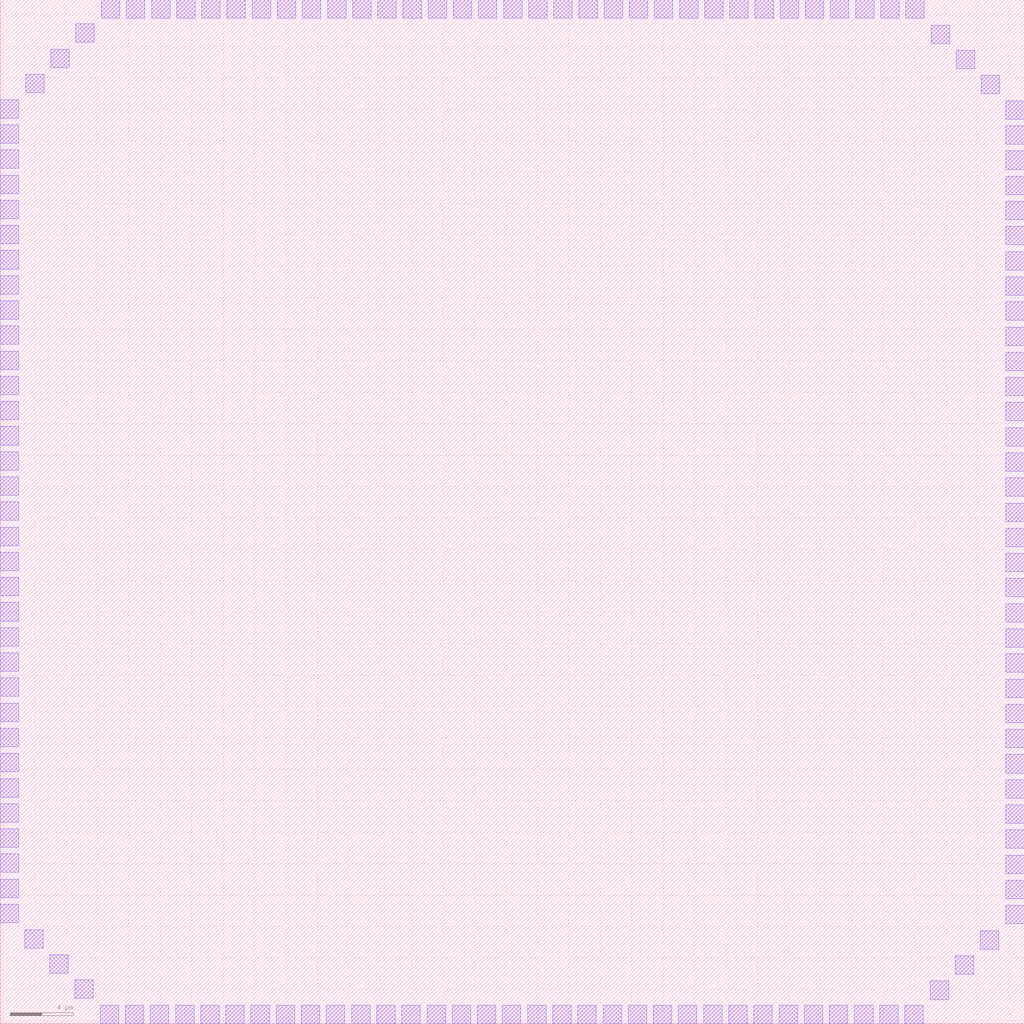
<source format=lef>
# Copyright 2020 The SkyWater PDK Authors
#
# Licensed under the Apache License, Version 2.0 (the "License");
# you may not use this file except in compliance with the License.
# You may obtain a copy of the License at
#
#     https://www.apache.org/licenses/LICENSE-2.0
#
# Unless required by applicable law or agreed to in writing, software
# distributed under the License is distributed on an "AS IS" BASIS,
# WITHOUT WARRANTIES OR CONDITIONS OF ANY KIND, either express or implied.
# See the License for the specific language governing permissions and
# limitations under the License.
#
# SPDX-License-Identifier: Apache-2.0

VERSION 5.7 ;
  NOWIREEXTENSIONATPIN ON ;
  DIVIDERCHAR "/" ;
  BUSBITCHARS "[]" ;
MACRO sky130_fd_pr__genrivetdlring__example_179576876
  CLASS BLOCK ;
  FOREIGN sky130_fd_pr__genrivetdlring__example_179576876 ;
  ORIGIN  0.190000  0.190000 ;
  SIZE  65.16000 BY  65.16000 ;
  OBS
    LAYER met4 ;
      RECT -0.190000  6.235000  0.990000  7.415000 ;
      RECT -0.190000  7.835000  0.990000  9.015000 ;
      RECT -0.190000  9.435000  0.990000 10.615000 ;
      RECT -0.190000 11.035000  0.990000 12.215000 ;
      RECT -0.190000 12.635000  0.990000 13.815000 ;
      RECT -0.190000 14.235000  0.990000 15.415000 ;
      RECT -0.190000 15.835000  0.990000 17.015000 ;
      RECT -0.190000 17.435000  0.990000 18.615000 ;
      RECT -0.190000 19.035000  0.990000 20.215000 ;
      RECT -0.190000 20.635000  0.990000 21.815000 ;
      RECT -0.190000 22.235000  0.990000 23.415000 ;
      RECT -0.190000 23.835000  0.990000 25.015000 ;
      RECT -0.190000 25.435000  0.990000 26.615000 ;
      RECT -0.190000 27.035000  0.990000 28.215000 ;
      RECT -0.190000 28.635000  0.990000 29.815000 ;
      RECT -0.190000 30.235000  0.990000 31.415000 ;
      RECT -0.190000 31.835000  0.990000 33.015000 ;
      RECT -0.190000 33.435000  0.990000 34.615000 ;
      RECT -0.190000 35.035000  0.990000 36.215000 ;
      RECT -0.190000 36.635000  0.990000 37.815000 ;
      RECT -0.190000 38.235000  0.990000 39.415000 ;
      RECT -0.190000 39.835000  0.990000 41.015000 ;
      RECT -0.190000 41.435000  0.990000 42.615000 ;
      RECT -0.190000 43.035000  0.990000 44.215000 ;
      RECT -0.190000 44.635000  0.990000 45.815000 ;
      RECT -0.190000 46.235000  0.990000 47.415000 ;
      RECT -0.190000 47.835000  0.990000 49.015000 ;
      RECT -0.190000 49.435000  0.990000 50.615000 ;
      RECT -0.190000 51.035000  0.990000 52.215000 ;
      RECT -0.190000 52.635000  0.990000 53.815000 ;
      RECT -0.190000 54.235000  0.990000 55.415000 ;
      RECT -0.190000 55.835000  0.990000 57.015000 ;
      RECT -0.190000 57.435000  0.990000 58.615000 ;
      RECT  1.355000  4.620000  2.535000  5.800000 ;
      RECT  1.425000 59.050000  2.605000 60.230000 ;
      RECT  2.955000  3.020000  4.135000  4.200000 ;
      RECT  3.025000 60.650000  4.205000 61.830000 ;
      RECT  4.555000  1.420000  5.735000  2.600000 ;
      RECT  4.625000 62.250000  5.805000 63.430000 ;
      RECT  6.165000 -0.190000  7.345000  0.990000 ;
      RECT  6.235000 63.790000  7.415000 64.970000 ;
      RECT  7.765000 -0.190000  8.945000  0.990000 ;
      RECT  7.835000 63.790000  9.015000 64.970000 ;
      RECT  9.365000 -0.190000 10.545000  0.990000 ;
      RECT  9.435000 63.790000 10.615000 64.970000 ;
      RECT 10.965000 -0.190000 12.145000  0.990000 ;
      RECT 11.035000 63.790000 12.215000 64.970000 ;
      RECT 12.565000 -0.190000 13.745000  0.990000 ;
      RECT 12.635000 63.790000 13.815000 64.970000 ;
      RECT 14.165000 -0.190000 15.345000  0.990000 ;
      RECT 14.235000 63.790000 15.415000 64.970000 ;
      RECT 15.765000 -0.190000 16.945000  0.990000 ;
      RECT 15.835000 63.790000 17.015000 64.970000 ;
      RECT 17.365000 -0.190000 18.545000  0.990000 ;
      RECT 17.435000 63.790000 18.615000 64.970000 ;
      RECT 18.965000 -0.190000 20.145000  0.990000 ;
      RECT 19.035000 63.790000 20.215000 64.970000 ;
      RECT 20.565000 -0.190000 21.745000  0.990000 ;
      RECT 20.635000 63.790000 21.815000 64.970000 ;
      RECT 22.165000 -0.190000 23.345000  0.990000 ;
      RECT 22.235000 63.790000 23.415000 64.970000 ;
      RECT 23.765000 -0.190000 24.945000  0.990000 ;
      RECT 23.835000 63.790000 25.015000 64.970000 ;
      RECT 25.365000 -0.190000 26.545000  0.990000 ;
      RECT 25.435000 63.790000 26.615000 64.970000 ;
      RECT 26.965000 -0.190000 28.145000  0.990000 ;
      RECT 27.035000 63.790000 28.215000 64.970000 ;
      RECT 28.565000 -0.190000 29.745000  0.990000 ;
      RECT 28.635000 63.790000 29.815000 64.970000 ;
      RECT 30.165000 -0.190000 31.345000  0.990000 ;
      RECT 30.235000 63.790000 31.415000 64.970000 ;
      RECT 31.765000 -0.190000 32.945000  0.990000 ;
      RECT 31.835000 63.790000 33.015000 64.970000 ;
      RECT 33.365000 -0.190000 34.545000  0.990000 ;
      RECT 33.435000 63.790000 34.615000 64.970000 ;
      RECT 34.965000 -0.190000 36.145000  0.990000 ;
      RECT 35.035000 63.790000 36.215000 64.970000 ;
      RECT 36.565000 -0.190000 37.745000  0.990000 ;
      RECT 36.635000 63.790000 37.815000 64.970000 ;
      RECT 38.165000 -0.190000 39.345000  0.990000 ;
      RECT 38.235000 63.790000 39.415000 64.970000 ;
      RECT 39.765000 -0.190000 40.945000  0.990000 ;
      RECT 39.835000 63.790000 41.015000 64.970000 ;
      RECT 41.365000 -0.190000 42.545000  0.990000 ;
      RECT 41.435000 63.790000 42.615000 64.970000 ;
      RECT 42.965000 -0.190000 44.145000  0.990000 ;
      RECT 43.035000 63.790000 44.215000 64.970000 ;
      RECT 44.565000 -0.190000 45.745000  0.990000 ;
      RECT 44.635000 63.790000 45.815000 64.970000 ;
      RECT 46.165000 -0.190000 47.345000  0.990000 ;
      RECT 46.235000 63.790000 47.415000 64.970000 ;
      RECT 47.765000 -0.190000 48.945000  0.990000 ;
      RECT 47.835000 63.790000 49.015000 64.970000 ;
      RECT 49.365000 -0.190000 50.545000  0.990000 ;
      RECT 49.435000 63.790000 50.615000 64.970000 ;
      RECT 50.965000 -0.190000 52.145000  0.990000 ;
      RECT 51.035000 63.790000 52.215000 64.970000 ;
      RECT 52.565000 -0.190000 53.745000  0.990000 ;
      RECT 52.635000 63.790000 53.815000 64.970000 ;
      RECT 54.165000 -0.190000 55.345000  0.990000 ;
      RECT 54.235000 63.790000 55.415000 64.970000 ;
      RECT 55.765000 -0.190000 56.945000  0.990000 ;
      RECT 55.835000 63.790000 57.015000 64.970000 ;
      RECT 57.365000 -0.190000 58.545000  0.990000 ;
      RECT 57.435000 63.790000 58.615000 64.970000 ;
      RECT 58.975000  1.350000 60.155000  2.530000 ;
      RECT 59.045000 62.180000 60.225000 63.360000 ;
      RECT 60.575000  2.950000 61.755000  4.130000 ;
      RECT 60.645000 60.580000 61.825000 61.760000 ;
      RECT 62.175000  4.550000 63.355000  5.730000 ;
      RECT 62.245000 58.980000 63.425000 60.160000 ;
      RECT 63.790000  6.165000 64.970000  7.345000 ;
      RECT 63.790000  7.765000 64.970000  8.945000 ;
      RECT 63.790000  9.365000 64.970000 10.545000 ;
      RECT 63.790000 10.965000 64.970000 12.145000 ;
      RECT 63.790000 12.565000 64.970000 13.745000 ;
      RECT 63.790000 14.165000 64.970000 15.345000 ;
      RECT 63.790000 15.765000 64.970000 16.945000 ;
      RECT 63.790000 17.365000 64.970000 18.545000 ;
      RECT 63.790000 18.965000 64.970000 20.145000 ;
      RECT 63.790000 20.565000 64.970000 21.745000 ;
      RECT 63.790000 22.165000 64.970000 23.345000 ;
      RECT 63.790000 23.765000 64.970000 24.945000 ;
      RECT 63.790000 25.365000 64.970000 26.545000 ;
      RECT 63.790000 26.965000 64.970000 28.145000 ;
      RECT 63.790000 28.565000 64.970000 29.745000 ;
      RECT 63.790000 30.165000 64.970000 31.345000 ;
      RECT 63.790000 31.765000 64.970000 32.945000 ;
      RECT 63.790000 33.365000 64.970000 34.545000 ;
      RECT 63.790000 34.965000 64.970000 36.145000 ;
      RECT 63.790000 36.565000 64.970000 37.745000 ;
      RECT 63.790000 38.165000 64.970000 39.345000 ;
      RECT 63.790000 39.765000 64.970000 40.945000 ;
      RECT 63.790000 41.365000 64.970000 42.545000 ;
      RECT 63.790000 42.965000 64.970000 44.145000 ;
      RECT 63.790000 44.565000 64.970000 45.745000 ;
      RECT 63.790000 46.165000 64.970000 47.345000 ;
      RECT 63.790000 47.765000 64.970000 48.945000 ;
      RECT 63.790000 49.365000 64.970000 50.545000 ;
      RECT 63.790000 50.965000 64.970000 52.145000 ;
      RECT 63.790000 52.565000 64.970000 53.745000 ;
      RECT 63.790000 54.165000 64.970000 55.345000 ;
      RECT 63.790000 55.765000 64.970000 56.945000 ;
      RECT 63.790000 57.365000 64.970000 58.545000 ;
    LAYER met5 ;
      RECT -0.190000  6.235000  0.990000  7.415000 ;
      RECT -0.190000  7.835000  0.990000  9.015000 ;
      RECT -0.190000  9.435000  0.990000 10.615000 ;
      RECT -0.190000 11.035000  0.990000 12.215000 ;
      RECT -0.190000 12.635000  0.990000 13.815000 ;
      RECT -0.190000 14.235000  0.990000 15.415000 ;
      RECT -0.190000 15.835000  0.990000 17.015000 ;
      RECT -0.190000 17.435000  0.990000 18.615000 ;
      RECT -0.190000 19.035000  0.990000 20.215000 ;
      RECT -0.190000 20.635000  0.990000 21.815000 ;
      RECT -0.190000 22.235000  0.990000 23.415000 ;
      RECT -0.190000 23.835000  0.990000 25.015000 ;
      RECT -0.190000 25.435000  0.990000 26.615000 ;
      RECT -0.190000 27.035000  0.990000 28.215000 ;
      RECT -0.190000 28.635000  0.990000 29.815000 ;
      RECT -0.190000 30.235000  0.990000 31.415000 ;
      RECT -0.190000 31.835000  0.990000 33.015000 ;
      RECT -0.190000 33.435000  0.990000 34.615000 ;
      RECT -0.190000 35.035000  0.990000 36.215000 ;
      RECT -0.190000 36.635000  0.990000 37.815000 ;
      RECT -0.190000 38.235000  0.990000 39.415000 ;
      RECT -0.190000 39.835000  0.990000 41.015000 ;
      RECT -0.190000 41.435000  0.990000 42.615000 ;
      RECT -0.190000 43.035000  0.990000 44.215000 ;
      RECT -0.190000 44.635000  0.990000 45.815000 ;
      RECT -0.190000 46.235000  0.990000 47.415000 ;
      RECT -0.190000 47.835000  0.990000 49.015000 ;
      RECT -0.190000 49.435000  0.990000 50.615000 ;
      RECT -0.190000 51.035000  0.990000 52.215000 ;
      RECT -0.190000 52.635000  0.990000 53.815000 ;
      RECT -0.190000 54.235000  0.990000 55.415000 ;
      RECT -0.190000 55.835000  0.990000 57.015000 ;
      RECT -0.190000 57.435000  0.990000 58.615000 ;
      RECT  1.355000  4.620000  2.535000  5.800000 ;
      RECT  1.425000 59.050000  2.605000 60.230000 ;
      RECT  2.955000  3.020000  4.135000  4.200000 ;
      RECT  3.025000 60.650000  4.205000 61.830000 ;
      RECT  4.555000  1.420000  5.735000  2.600000 ;
      RECT  4.625000 62.250000  5.805000 63.430000 ;
      RECT  6.165000 -0.190000  7.345000  0.990000 ;
      RECT  6.235000 63.790000  7.415000 64.970000 ;
      RECT  7.765000 -0.190000  8.945000  0.990000 ;
      RECT  7.835000 63.790000  9.015000 64.970000 ;
      RECT  9.365000 -0.190000 10.545000  0.990000 ;
      RECT  9.435000 63.790000 10.615000 64.970000 ;
      RECT 10.965000 -0.190000 12.145000  0.990000 ;
      RECT 11.035000 63.790000 12.215000 64.970000 ;
      RECT 12.565000 -0.190000 13.745000  0.990000 ;
      RECT 12.635000 63.790000 13.815000 64.970000 ;
      RECT 14.165000 -0.190000 15.345000  0.990000 ;
      RECT 14.235000 63.790000 15.415000 64.970000 ;
      RECT 15.765000 -0.190000 16.945000  0.990000 ;
      RECT 15.835000 63.790000 17.015000 64.970000 ;
      RECT 17.365000 -0.190000 18.545000  0.990000 ;
      RECT 17.435000 63.790000 18.615000 64.970000 ;
      RECT 18.965000 -0.190000 20.145000  0.990000 ;
      RECT 19.035000 63.790000 20.215000 64.970000 ;
      RECT 20.565000 -0.190000 21.745000  0.990000 ;
      RECT 20.635000 63.790000 21.815000 64.970000 ;
      RECT 22.165000 -0.190000 23.345000  0.990000 ;
      RECT 22.235000 63.790000 23.415000 64.970000 ;
      RECT 23.765000 -0.190000 24.945000  0.990000 ;
      RECT 23.835000 63.790000 25.015000 64.970000 ;
      RECT 25.365000 -0.190000 26.545000  0.990000 ;
      RECT 25.435000 63.790000 26.615000 64.970000 ;
      RECT 26.965000 -0.190000 28.145000  0.990000 ;
      RECT 27.035000 63.790000 28.215000 64.970000 ;
      RECT 28.565000 -0.190000 29.745000  0.990000 ;
      RECT 28.635000 63.790000 29.815000 64.970000 ;
      RECT 30.165000 -0.190000 31.345000  0.990000 ;
      RECT 30.235000 63.790000 31.415000 64.970000 ;
      RECT 31.765000 -0.190000 32.945000  0.990000 ;
      RECT 31.835000 63.790000 33.015000 64.970000 ;
      RECT 33.365000 -0.190000 34.545000  0.990000 ;
      RECT 33.435000 63.790000 34.615000 64.970000 ;
      RECT 34.965000 -0.190000 36.145000  0.990000 ;
      RECT 35.035000 63.790000 36.215000 64.970000 ;
      RECT 36.565000 -0.190000 37.745000  0.990000 ;
      RECT 36.635000 63.790000 37.815000 64.970000 ;
      RECT 38.165000 -0.190000 39.345000  0.990000 ;
      RECT 38.235000 63.790000 39.415000 64.970000 ;
      RECT 39.765000 -0.190000 40.945000  0.990000 ;
      RECT 39.835000 63.790000 41.015000 64.970000 ;
      RECT 41.365000 -0.190000 42.545000  0.990000 ;
      RECT 41.435000 63.790000 42.615000 64.970000 ;
      RECT 42.965000 -0.190000 44.145000  0.990000 ;
      RECT 43.035000 63.790000 44.215000 64.970000 ;
      RECT 44.565000 -0.190000 45.745000  0.990000 ;
      RECT 44.635000 63.790000 45.815000 64.970000 ;
      RECT 46.165000 -0.190000 47.345000  0.990000 ;
      RECT 46.235000 63.790000 47.415000 64.970000 ;
      RECT 47.765000 -0.190000 48.945000  0.990000 ;
      RECT 47.835000 63.790000 49.015000 64.970000 ;
      RECT 49.365000 -0.190000 50.545000  0.990000 ;
      RECT 49.435000 63.790000 50.615000 64.970000 ;
      RECT 50.965000 -0.190000 52.145000  0.990000 ;
      RECT 51.035000 63.790000 52.215000 64.970000 ;
      RECT 52.565000 -0.190000 53.745000  0.990000 ;
      RECT 52.635000 63.790000 53.815000 64.970000 ;
      RECT 54.165000 -0.190000 55.345000  0.990000 ;
      RECT 54.235000 63.790000 55.415000 64.970000 ;
      RECT 55.765000 -0.190000 56.945000  0.990000 ;
      RECT 55.835000 63.790000 57.015000 64.970000 ;
      RECT 57.365000 -0.190000 58.545000  0.990000 ;
      RECT 57.435000 63.790000 58.615000 64.970000 ;
      RECT 58.975000  1.350000 60.155000  2.530000 ;
      RECT 59.045000 62.180000 60.225000 63.360000 ;
      RECT 60.575000  2.950000 61.755000  4.130000 ;
      RECT 60.645000 60.580000 61.825000 61.760000 ;
      RECT 62.175000  4.550000 63.355000  5.730000 ;
      RECT 62.245000 58.980000 63.425000 60.160000 ;
      RECT 63.790000  6.165000 64.970000  7.345000 ;
      RECT 63.790000  7.765000 64.970000  8.945000 ;
      RECT 63.790000  9.365000 64.970000 10.545000 ;
      RECT 63.790000 10.965000 64.970000 12.145000 ;
      RECT 63.790000 12.565000 64.970000 13.745000 ;
      RECT 63.790000 14.165000 64.970000 15.345000 ;
      RECT 63.790000 15.765000 64.970000 16.945000 ;
      RECT 63.790000 17.365000 64.970000 18.545000 ;
      RECT 63.790000 18.965000 64.970000 20.145000 ;
      RECT 63.790000 20.565000 64.970000 21.745000 ;
      RECT 63.790000 22.165000 64.970000 23.345000 ;
      RECT 63.790000 23.765000 64.970000 24.945000 ;
      RECT 63.790000 25.365000 64.970000 26.545000 ;
      RECT 63.790000 26.965000 64.970000 28.145000 ;
      RECT 63.790000 28.565000 64.970000 29.745000 ;
      RECT 63.790000 30.165000 64.970000 31.345000 ;
      RECT 63.790000 31.765000 64.970000 32.945000 ;
      RECT 63.790000 33.365000 64.970000 34.545000 ;
      RECT 63.790000 34.965000 64.970000 36.145000 ;
      RECT 63.790000 36.565000 64.970000 37.745000 ;
      RECT 63.790000 38.165000 64.970000 39.345000 ;
      RECT 63.790000 39.765000 64.970000 40.945000 ;
      RECT 63.790000 41.365000 64.970000 42.545000 ;
      RECT 63.790000 42.965000 64.970000 44.145000 ;
      RECT 63.790000 44.565000 64.970000 45.745000 ;
      RECT 63.790000 46.165000 64.970000 47.345000 ;
      RECT 63.790000 47.765000 64.970000 48.945000 ;
      RECT 63.790000 49.365000 64.970000 50.545000 ;
      RECT 63.790000 50.965000 64.970000 52.145000 ;
      RECT 63.790000 52.565000 64.970000 53.745000 ;
      RECT 63.790000 54.165000 64.970000 55.345000 ;
      RECT 63.790000 55.765000 64.970000 56.945000 ;
      RECT 63.790000 57.365000 64.970000 58.545000 ;
  END
END sky130_fd_pr__genrivetdlring__example_179576876
END LIBRARY

</source>
